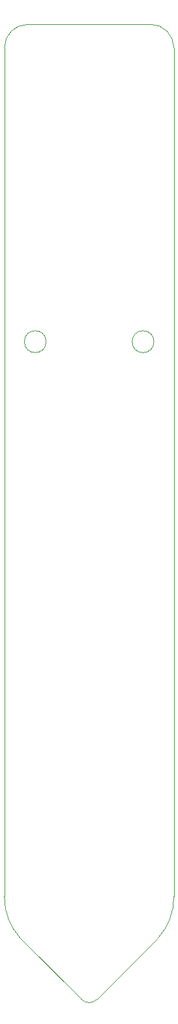
<source format=gbr>
G04 #@! TF.GenerationSoftware,KiCad,Pcbnew,7.99.0-1092-g932f171e96*
G04 #@! TF.CreationDate,2023-05-12T00:04:05+02:00*
G04 #@! TF.ProjectId,parasite,70617261-7369-4746-952e-6b696361645f,2.0.0*
G04 #@! TF.SameCoordinates,Original*
G04 #@! TF.FileFunction,Profile,NP*
%FSLAX46Y46*%
G04 Gerber Fmt 4.6, Leading zero omitted, Abs format (unit mm)*
G04 Created by KiCad (PCBNEW 7.99.0-1092-g932f171e96) date 2023-05-12 00:04:05*
%MOMM*%
%LPD*%
G01*
G04 APERTURE LIST*
G04 #@! TA.AperFunction,Profile*
%ADD10C,0.050000*%
G04 #@! TD*
G04 APERTURE END LIST*
D10*
X76912682Y-145111791D02*
G75*
G03*
X78999991Y-139699993I-5712682J5311791D01*
G01*
X57000001Y-139700000D02*
G75*
G03*
X59087312Y-145111797I7799999J-100000D01*
G01*
X60000000Y-27000000D02*
X76000000Y-27000000D01*
X67000002Y-152999998D02*
G75*
G03*
X68999998Y-152999998I999998J999999D01*
G01*
X67000001Y-152999999D02*
X59087312Y-145111797D01*
X68999999Y-152999999D02*
X76912680Y-145111790D01*
X57000000Y-30000000D02*
X57000001Y-139700000D01*
X78999991Y-139699993D02*
X79000000Y-30000000D01*
X76414214Y-68000000D02*
G75*
G03*
X76414214Y-68000000I-1414214J0D01*
G01*
X60000000Y-27000000D02*
G75*
G03*
X57000000Y-30000000I0J-3000000D01*
G01*
X62414214Y-68000000D02*
G75*
G03*
X62414214Y-68000000I-1414214J0D01*
G01*
X79000000Y-30000000D02*
G75*
G03*
X76000000Y-27000000I-3000000J0D01*
G01*
M02*

</source>
